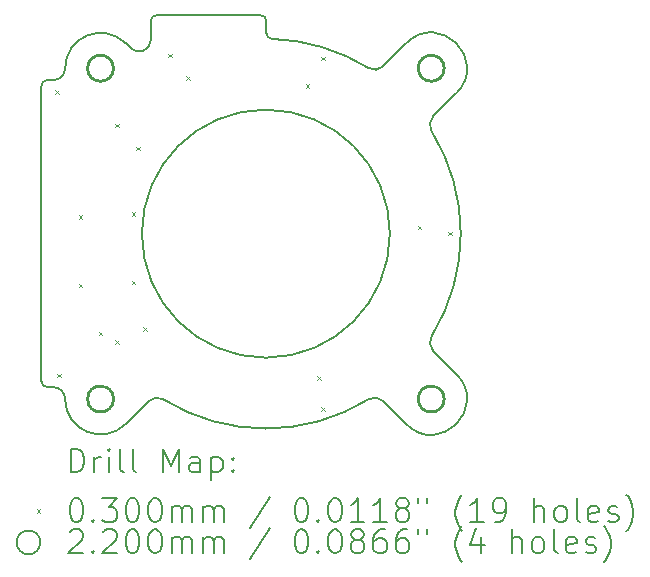
<source format=gbr>
%TF.GenerationSoftware,KiCad,Pcbnew,(6.0.7)*%
%TF.CreationDate,2022-10-21T23:46:12+08:00*%
%TF.ProjectId,pcb_middle,7063625f-6d69-4646-946c-652e6b696361,rev?*%
%TF.SameCoordinates,Original*%
%TF.FileFunction,Drillmap*%
%TF.FilePolarity,Positive*%
%FSLAX45Y45*%
G04 Gerber Fmt 4.5, Leading zero omitted, Abs format (unit mm)*
G04 Created by KiCad (PCBNEW (6.0.7)) date 2022-10-21 23:46:12*
%MOMM*%
%LPD*%
G01*
G04 APERTURE LIST*
%ADD10C,0.200000*%
%ADD11C,0.030000*%
%ADD12C,0.220000*%
G04 APERTURE END LIST*
D10*
X1402520Y-869159D02*
G75*
G03*
X1402520Y869159I-1402520J869159D01*
G01*
X-1700000Y-1400000D02*
G75*
G03*
X-1800000Y-1300000I-100000J0D01*
G01*
X-1900000Y-1250000D02*
G75*
G03*
X-1850000Y-1300000I50000J0D01*
G01*
X-1900000Y1250000D02*
X-1900000Y-1250000D01*
X992546Y-1416810D02*
X1187868Y-1612132D01*
X-1145711Y1569975D02*
X-1187868Y1612132D01*
X-975000Y1800000D02*
X-975000Y1640685D01*
X-925000Y1850000D02*
G75*
G03*
X-975000Y1800000I0J-50000D01*
G01*
X-1187868Y1612132D02*
G75*
G03*
X-1700000Y1400000I-212132J-212132D01*
G01*
X5000Y1699110D02*
G75*
G03*
X53382Y1649136I49999J-1D01*
G01*
X-1187868Y-1612132D02*
X-992546Y-1416810D01*
X1612132Y1187868D02*
G75*
G03*
X1187868Y1612132I-212132J212132D01*
G01*
X869159Y1402520D02*
G75*
G03*
X992546Y1416810I52677J85001D01*
G01*
X5000Y1800000D02*
G75*
G03*
X-45000Y1850000I-50001J-1D01*
G01*
X-45000Y1850000D02*
X-925000Y1850000D01*
X-1700000Y-1400000D02*
G75*
G03*
X-1187868Y-1612132I300000J0D01*
G01*
X869159Y1402520D02*
G75*
G03*
X53382Y1649136I-869158J-1402516D01*
G01*
X-1145711Y1569975D02*
G75*
G03*
X-975000Y1640685I70711J70711D01*
G01*
X1612132Y-1187868D02*
X1416810Y-992546D01*
X-869159Y-1402520D02*
G75*
G03*
X-992546Y-1416810I-52676J-85002D01*
G01*
X1402519Y-869159D02*
G75*
G03*
X1416810Y-992546I85004J-52676D01*
G01*
X-1800000Y1300000D02*
G75*
G03*
X-1700000Y1400000I0J100000D01*
G01*
X-1800000Y1300000D02*
X-1850000Y1300000D01*
X-869159Y-1402520D02*
G75*
G03*
X869159Y-1402520I869159J1402519D01*
G01*
X-1850000Y-1300000D02*
X-1800000Y-1300000D01*
X1187868Y-1612132D02*
G75*
G03*
X1612132Y-1187868I212132J212132D01*
G01*
X5000Y1699110D02*
X5000Y1800000D01*
X1187868Y1612132D02*
X992546Y1416810D01*
X1050000Y0D02*
G75*
G03*
X1050000Y0I-1050000J0D01*
G01*
X992547Y-1416810D02*
G75*
G03*
X869159Y-1402520I-70711J-70712D01*
G01*
X1416810Y992546D02*
X1612132Y1187868D01*
X1416810Y992546D02*
G75*
G03*
X1402520Y869159I70710J-70711D01*
G01*
X-1850000Y1300000D02*
G75*
G03*
X-1900000Y1250000I0J-50000D01*
G01*
D11*
X-1785000Y1215000D02*
X-1755000Y1185000D01*
X-1755000Y1215000D02*
X-1785000Y1185000D01*
X-1765000Y-1185000D02*
X-1735000Y-1215000D01*
X-1735000Y-1185000D02*
X-1765000Y-1215000D01*
X-1585000Y-425000D02*
X-1555000Y-455000D01*
X-1555000Y-425000D02*
X-1585000Y-455000D01*
X-1585000Y155000D02*
X-1555000Y125000D01*
X-1555000Y155000D02*
X-1585000Y125000D01*
X-1415000Y-830000D02*
X-1385000Y-860000D01*
X-1385000Y-830000D02*
X-1415000Y-860000D01*
X-1277067Y931945D02*
X-1247067Y901945D01*
X-1247067Y931945D02*
X-1277067Y901945D01*
X-1277067Y-901945D02*
X-1247067Y-931945D01*
X-1247067Y-901945D02*
X-1277067Y-931945D01*
X-1135000Y180000D02*
X-1105000Y150000D01*
X-1105000Y180000D02*
X-1135000Y150000D01*
X-1135000Y-400000D02*
X-1105000Y-430000D01*
X-1105000Y-400000D02*
X-1135000Y-430000D01*
X-1096699Y737861D02*
X-1066699Y707861D01*
X-1066699Y737861D02*
X-1096699Y707861D01*
X-1036745Y-790381D02*
X-1006745Y-820381D01*
X-1006745Y-790381D02*
X-1036745Y-820381D01*
X-825000Y1525000D02*
X-795000Y1495000D01*
X-795000Y1525000D02*
X-825000Y1495000D01*
X-675000Y1335000D02*
X-645000Y1305000D01*
X-645000Y1335000D02*
X-675000Y1305000D01*
X338218Y1267133D02*
X368218Y1237133D01*
X368218Y1267133D02*
X338218Y1237133D01*
X435226Y-1205614D02*
X465226Y-1235614D01*
X465226Y-1205614D02*
X435226Y-1235614D01*
X467066Y1498648D02*
X497066Y1468648D01*
X497066Y1498648D02*
X467066Y1468648D01*
X467066Y-1468648D02*
X497066Y-1498648D01*
X497066Y-1468648D02*
X467066Y-1498648D01*
X1285000Y66000D02*
X1315000Y36000D01*
X1315000Y66000D02*
X1285000Y36000D01*
X1545000Y15000D02*
X1575000Y-15000D01*
X1575000Y15000D02*
X1545000Y-15000D01*
D12*
X-1290000Y1400000D02*
G75*
G03*
X-1290000Y1400000I-110000J0D01*
G01*
X-1290000Y-1400000D02*
G75*
G03*
X-1290000Y-1400000I-110000J0D01*
G01*
X1510000Y1400000D02*
G75*
G03*
X1510000Y1400000I-110000J0D01*
G01*
X1510000Y-1400000D02*
G75*
G03*
X1510000Y-1400000I-110000J0D01*
G01*
D10*
X-1652381Y-2020476D02*
X-1652381Y-1820476D01*
X-1604762Y-1820476D01*
X-1576190Y-1830000D01*
X-1557143Y-1849048D01*
X-1547619Y-1868095D01*
X-1538095Y-1906190D01*
X-1538095Y-1934762D01*
X-1547619Y-1972857D01*
X-1557143Y-1991905D01*
X-1576190Y-2010952D01*
X-1604762Y-2020476D01*
X-1652381Y-2020476D01*
X-1452381Y-2020476D02*
X-1452381Y-1887143D01*
X-1452381Y-1925238D02*
X-1442857Y-1906190D01*
X-1433333Y-1896667D01*
X-1414286Y-1887143D01*
X-1395238Y-1887143D01*
X-1328571Y-2020476D02*
X-1328571Y-1887143D01*
X-1328571Y-1820476D02*
X-1338095Y-1830000D01*
X-1328571Y-1839524D01*
X-1319048Y-1830000D01*
X-1328571Y-1820476D01*
X-1328571Y-1839524D01*
X-1204762Y-2020476D02*
X-1223810Y-2010952D01*
X-1233333Y-1991905D01*
X-1233333Y-1820476D01*
X-1100000Y-2020476D02*
X-1119048Y-2010952D01*
X-1128571Y-1991905D01*
X-1128571Y-1820476D01*
X-871428Y-2020476D02*
X-871428Y-1820476D01*
X-804762Y-1963333D01*
X-738095Y-1820476D01*
X-738095Y-2020476D01*
X-557143Y-2020476D02*
X-557143Y-1915714D01*
X-566667Y-1896667D01*
X-585714Y-1887143D01*
X-623810Y-1887143D01*
X-642857Y-1896667D01*
X-557143Y-2010952D02*
X-576190Y-2020476D01*
X-623810Y-2020476D01*
X-642857Y-2010952D01*
X-652381Y-1991905D01*
X-652381Y-1972857D01*
X-642857Y-1953810D01*
X-623810Y-1944286D01*
X-576190Y-1944286D01*
X-557143Y-1934762D01*
X-461905Y-1887143D02*
X-461905Y-2087143D01*
X-461905Y-1896667D02*
X-442857Y-1887143D01*
X-404762Y-1887143D01*
X-385714Y-1896667D01*
X-376190Y-1906190D01*
X-366667Y-1925238D01*
X-366667Y-1982381D01*
X-376190Y-2001429D01*
X-385714Y-2010952D01*
X-404762Y-2020476D01*
X-442857Y-2020476D01*
X-461905Y-2010952D01*
X-280952Y-2001429D02*
X-271429Y-2010952D01*
X-280952Y-2020476D01*
X-290476Y-2010952D01*
X-280952Y-2001429D01*
X-280952Y-2020476D01*
X-280952Y-1896667D02*
X-271429Y-1906190D01*
X-280952Y-1915714D01*
X-290476Y-1906190D01*
X-280952Y-1896667D01*
X-280952Y-1915714D01*
D11*
X-1940000Y-2335000D02*
X-1910000Y-2365000D01*
X-1910000Y-2335000D02*
X-1940000Y-2365000D01*
D10*
X-1614286Y-2240476D02*
X-1595238Y-2240476D01*
X-1576190Y-2250000D01*
X-1566667Y-2259524D01*
X-1557143Y-2278572D01*
X-1547619Y-2316667D01*
X-1547619Y-2364286D01*
X-1557143Y-2402381D01*
X-1566667Y-2421429D01*
X-1576190Y-2430952D01*
X-1595238Y-2440476D01*
X-1614286Y-2440476D01*
X-1633333Y-2430952D01*
X-1642857Y-2421429D01*
X-1652381Y-2402381D01*
X-1661905Y-2364286D01*
X-1661905Y-2316667D01*
X-1652381Y-2278572D01*
X-1642857Y-2259524D01*
X-1633333Y-2250000D01*
X-1614286Y-2240476D01*
X-1461905Y-2421429D02*
X-1452381Y-2430952D01*
X-1461905Y-2440476D01*
X-1471428Y-2430952D01*
X-1461905Y-2421429D01*
X-1461905Y-2440476D01*
X-1385714Y-2240476D02*
X-1261905Y-2240476D01*
X-1328571Y-2316667D01*
X-1300000Y-2316667D01*
X-1280952Y-2326191D01*
X-1271429Y-2335714D01*
X-1261905Y-2354762D01*
X-1261905Y-2402381D01*
X-1271429Y-2421429D01*
X-1280952Y-2430952D01*
X-1300000Y-2440476D01*
X-1357143Y-2440476D01*
X-1376190Y-2430952D01*
X-1385714Y-2421429D01*
X-1138095Y-2240476D02*
X-1119048Y-2240476D01*
X-1100000Y-2250000D01*
X-1090476Y-2259524D01*
X-1080952Y-2278572D01*
X-1071429Y-2316667D01*
X-1071429Y-2364286D01*
X-1080952Y-2402381D01*
X-1090476Y-2421429D01*
X-1100000Y-2430952D01*
X-1119048Y-2440476D01*
X-1138095Y-2440476D01*
X-1157143Y-2430952D01*
X-1166667Y-2421429D01*
X-1176190Y-2402381D01*
X-1185714Y-2364286D01*
X-1185714Y-2316667D01*
X-1176190Y-2278572D01*
X-1166667Y-2259524D01*
X-1157143Y-2250000D01*
X-1138095Y-2240476D01*
X-947619Y-2240476D02*
X-928571Y-2240476D01*
X-909524Y-2250000D01*
X-900000Y-2259524D01*
X-890476Y-2278572D01*
X-880952Y-2316667D01*
X-880952Y-2364286D01*
X-890476Y-2402381D01*
X-900000Y-2421429D01*
X-909524Y-2430952D01*
X-928571Y-2440476D01*
X-947619Y-2440476D01*
X-966667Y-2430952D01*
X-976190Y-2421429D01*
X-985714Y-2402381D01*
X-995238Y-2364286D01*
X-995238Y-2316667D01*
X-985714Y-2278572D01*
X-976190Y-2259524D01*
X-966667Y-2250000D01*
X-947619Y-2240476D01*
X-795238Y-2440476D02*
X-795238Y-2307143D01*
X-795238Y-2326191D02*
X-785714Y-2316667D01*
X-766667Y-2307143D01*
X-738095Y-2307143D01*
X-719048Y-2316667D01*
X-709524Y-2335714D01*
X-709524Y-2440476D01*
X-709524Y-2335714D02*
X-700000Y-2316667D01*
X-680952Y-2307143D01*
X-652381Y-2307143D01*
X-633333Y-2316667D01*
X-623810Y-2335714D01*
X-623810Y-2440476D01*
X-528571Y-2440476D02*
X-528571Y-2307143D01*
X-528571Y-2326191D02*
X-519048Y-2316667D01*
X-500000Y-2307143D01*
X-471428Y-2307143D01*
X-452381Y-2316667D01*
X-442857Y-2335714D01*
X-442857Y-2440476D01*
X-442857Y-2335714D02*
X-433333Y-2316667D01*
X-414286Y-2307143D01*
X-385714Y-2307143D01*
X-366667Y-2316667D01*
X-357143Y-2335714D01*
X-357143Y-2440476D01*
X33333Y-2230952D02*
X-138095Y-2488095D01*
X290476Y-2240476D02*
X309524Y-2240476D01*
X328571Y-2250000D01*
X338095Y-2259524D01*
X347619Y-2278572D01*
X357143Y-2316667D01*
X357143Y-2364286D01*
X347619Y-2402381D01*
X338095Y-2421429D01*
X328571Y-2430952D01*
X309524Y-2440476D01*
X290476Y-2440476D01*
X271429Y-2430952D01*
X261905Y-2421429D01*
X252381Y-2402381D01*
X242857Y-2364286D01*
X242857Y-2316667D01*
X252381Y-2278572D01*
X261905Y-2259524D01*
X271429Y-2250000D01*
X290476Y-2240476D01*
X442857Y-2421429D02*
X452381Y-2430952D01*
X442857Y-2440476D01*
X433333Y-2430952D01*
X442857Y-2421429D01*
X442857Y-2440476D01*
X576190Y-2240476D02*
X595238Y-2240476D01*
X614286Y-2250000D01*
X623810Y-2259524D01*
X633333Y-2278572D01*
X642857Y-2316667D01*
X642857Y-2364286D01*
X633333Y-2402381D01*
X623810Y-2421429D01*
X614286Y-2430952D01*
X595238Y-2440476D01*
X576190Y-2440476D01*
X557143Y-2430952D01*
X547619Y-2421429D01*
X538095Y-2402381D01*
X528571Y-2364286D01*
X528571Y-2316667D01*
X538095Y-2278572D01*
X547619Y-2259524D01*
X557143Y-2250000D01*
X576190Y-2240476D01*
X833333Y-2440476D02*
X719048Y-2440476D01*
X776190Y-2440476D02*
X776190Y-2240476D01*
X757143Y-2269048D01*
X738095Y-2288095D01*
X719048Y-2297619D01*
X1023809Y-2440476D02*
X909524Y-2440476D01*
X966667Y-2440476D02*
X966667Y-2240476D01*
X947619Y-2269048D01*
X928571Y-2288095D01*
X909524Y-2297619D01*
X1138095Y-2326191D02*
X1119048Y-2316667D01*
X1109524Y-2307143D01*
X1100000Y-2288095D01*
X1100000Y-2278572D01*
X1109524Y-2259524D01*
X1119048Y-2250000D01*
X1138095Y-2240476D01*
X1176190Y-2240476D01*
X1195238Y-2250000D01*
X1204762Y-2259524D01*
X1214286Y-2278572D01*
X1214286Y-2288095D01*
X1204762Y-2307143D01*
X1195238Y-2316667D01*
X1176190Y-2326191D01*
X1138095Y-2326191D01*
X1119048Y-2335714D01*
X1109524Y-2345238D01*
X1100000Y-2364286D01*
X1100000Y-2402381D01*
X1109524Y-2421429D01*
X1119048Y-2430952D01*
X1138095Y-2440476D01*
X1176190Y-2440476D01*
X1195238Y-2430952D01*
X1204762Y-2421429D01*
X1214286Y-2402381D01*
X1214286Y-2364286D01*
X1204762Y-2345238D01*
X1195238Y-2335714D01*
X1176190Y-2326191D01*
X1290476Y-2240476D02*
X1290476Y-2278572D01*
X1366667Y-2240476D02*
X1366667Y-2278572D01*
X1661905Y-2516667D02*
X1652381Y-2507143D01*
X1633333Y-2478572D01*
X1623809Y-2459524D01*
X1614286Y-2430952D01*
X1604762Y-2383333D01*
X1604762Y-2345238D01*
X1614286Y-2297619D01*
X1623809Y-2269048D01*
X1633333Y-2250000D01*
X1652381Y-2221429D01*
X1661905Y-2211905D01*
X1842857Y-2440476D02*
X1728571Y-2440476D01*
X1785714Y-2440476D02*
X1785714Y-2240476D01*
X1766667Y-2269048D01*
X1747619Y-2288095D01*
X1728571Y-2297619D01*
X1938095Y-2440476D02*
X1976190Y-2440476D01*
X1995238Y-2430952D01*
X2004762Y-2421429D01*
X2023809Y-2392857D01*
X2033333Y-2354762D01*
X2033333Y-2278572D01*
X2023809Y-2259524D01*
X2014286Y-2250000D01*
X1995238Y-2240476D01*
X1957143Y-2240476D01*
X1938095Y-2250000D01*
X1928571Y-2259524D01*
X1919048Y-2278572D01*
X1919048Y-2326191D01*
X1928571Y-2345238D01*
X1938095Y-2354762D01*
X1957143Y-2364286D01*
X1995238Y-2364286D01*
X2014286Y-2354762D01*
X2023809Y-2345238D01*
X2033333Y-2326191D01*
X2271429Y-2440476D02*
X2271429Y-2240476D01*
X2357143Y-2440476D02*
X2357143Y-2335714D01*
X2347619Y-2316667D01*
X2328571Y-2307143D01*
X2300000Y-2307143D01*
X2280952Y-2316667D01*
X2271429Y-2326191D01*
X2480952Y-2440476D02*
X2461905Y-2430952D01*
X2452381Y-2421429D01*
X2442857Y-2402381D01*
X2442857Y-2345238D01*
X2452381Y-2326191D01*
X2461905Y-2316667D01*
X2480952Y-2307143D01*
X2509524Y-2307143D01*
X2528571Y-2316667D01*
X2538095Y-2326191D01*
X2547619Y-2345238D01*
X2547619Y-2402381D01*
X2538095Y-2421429D01*
X2528571Y-2430952D01*
X2509524Y-2440476D01*
X2480952Y-2440476D01*
X2661905Y-2440476D02*
X2642857Y-2430952D01*
X2633333Y-2411905D01*
X2633333Y-2240476D01*
X2814286Y-2430952D02*
X2795238Y-2440476D01*
X2757143Y-2440476D01*
X2738095Y-2430952D01*
X2728571Y-2411905D01*
X2728571Y-2335714D01*
X2738095Y-2316667D01*
X2757143Y-2307143D01*
X2795238Y-2307143D01*
X2814286Y-2316667D01*
X2823809Y-2335714D01*
X2823809Y-2354762D01*
X2728571Y-2373810D01*
X2900000Y-2430952D02*
X2919048Y-2440476D01*
X2957143Y-2440476D01*
X2976190Y-2430952D01*
X2985714Y-2411905D01*
X2985714Y-2402381D01*
X2976190Y-2383333D01*
X2957143Y-2373810D01*
X2928571Y-2373810D01*
X2909524Y-2364286D01*
X2900000Y-2345238D01*
X2900000Y-2335714D01*
X2909524Y-2316667D01*
X2928571Y-2307143D01*
X2957143Y-2307143D01*
X2976190Y-2316667D01*
X3052381Y-2516667D02*
X3061905Y-2507143D01*
X3080952Y-2478572D01*
X3090476Y-2459524D01*
X3100000Y-2430952D01*
X3109524Y-2383333D01*
X3109524Y-2345238D01*
X3100000Y-2297619D01*
X3090476Y-2269048D01*
X3080952Y-2250000D01*
X3061905Y-2221429D01*
X3052381Y-2211905D01*
X-1910000Y-2614000D02*
G75*
G03*
X-1910000Y-2614000I-100000J0D01*
G01*
X-1661905Y-2523524D02*
X-1652381Y-2514000D01*
X-1633333Y-2504476D01*
X-1585714Y-2504476D01*
X-1566667Y-2514000D01*
X-1557143Y-2523524D01*
X-1547619Y-2542572D01*
X-1547619Y-2561619D01*
X-1557143Y-2590191D01*
X-1671428Y-2704476D01*
X-1547619Y-2704476D01*
X-1461905Y-2685429D02*
X-1452381Y-2694952D01*
X-1461905Y-2704476D01*
X-1471428Y-2694952D01*
X-1461905Y-2685429D01*
X-1461905Y-2704476D01*
X-1376190Y-2523524D02*
X-1366667Y-2514000D01*
X-1347619Y-2504476D01*
X-1300000Y-2504476D01*
X-1280952Y-2514000D01*
X-1271429Y-2523524D01*
X-1261905Y-2542572D01*
X-1261905Y-2561619D01*
X-1271429Y-2590191D01*
X-1385714Y-2704476D01*
X-1261905Y-2704476D01*
X-1138095Y-2504476D02*
X-1119048Y-2504476D01*
X-1100000Y-2514000D01*
X-1090476Y-2523524D01*
X-1080952Y-2542572D01*
X-1071429Y-2580667D01*
X-1071429Y-2628286D01*
X-1080952Y-2666381D01*
X-1090476Y-2685429D01*
X-1100000Y-2694952D01*
X-1119048Y-2704476D01*
X-1138095Y-2704476D01*
X-1157143Y-2694952D01*
X-1166667Y-2685429D01*
X-1176190Y-2666381D01*
X-1185714Y-2628286D01*
X-1185714Y-2580667D01*
X-1176190Y-2542572D01*
X-1166667Y-2523524D01*
X-1157143Y-2514000D01*
X-1138095Y-2504476D01*
X-947619Y-2504476D02*
X-928571Y-2504476D01*
X-909524Y-2514000D01*
X-900000Y-2523524D01*
X-890476Y-2542572D01*
X-880952Y-2580667D01*
X-880952Y-2628286D01*
X-890476Y-2666381D01*
X-900000Y-2685429D01*
X-909524Y-2694952D01*
X-928571Y-2704476D01*
X-947619Y-2704476D01*
X-966667Y-2694952D01*
X-976190Y-2685429D01*
X-985714Y-2666381D01*
X-995238Y-2628286D01*
X-995238Y-2580667D01*
X-985714Y-2542572D01*
X-976190Y-2523524D01*
X-966667Y-2514000D01*
X-947619Y-2504476D01*
X-795238Y-2704476D02*
X-795238Y-2571143D01*
X-795238Y-2590191D02*
X-785714Y-2580667D01*
X-766667Y-2571143D01*
X-738095Y-2571143D01*
X-719048Y-2580667D01*
X-709524Y-2599714D01*
X-709524Y-2704476D01*
X-709524Y-2599714D02*
X-700000Y-2580667D01*
X-680952Y-2571143D01*
X-652381Y-2571143D01*
X-633333Y-2580667D01*
X-623810Y-2599714D01*
X-623810Y-2704476D01*
X-528571Y-2704476D02*
X-528571Y-2571143D01*
X-528571Y-2590191D02*
X-519048Y-2580667D01*
X-500000Y-2571143D01*
X-471428Y-2571143D01*
X-452381Y-2580667D01*
X-442857Y-2599714D01*
X-442857Y-2704476D01*
X-442857Y-2599714D02*
X-433333Y-2580667D01*
X-414286Y-2571143D01*
X-385714Y-2571143D01*
X-366667Y-2580667D01*
X-357143Y-2599714D01*
X-357143Y-2704476D01*
X33333Y-2494952D02*
X-138095Y-2752095D01*
X290476Y-2504476D02*
X309524Y-2504476D01*
X328571Y-2514000D01*
X338095Y-2523524D01*
X347619Y-2542572D01*
X357143Y-2580667D01*
X357143Y-2628286D01*
X347619Y-2666381D01*
X338095Y-2685429D01*
X328571Y-2694952D01*
X309524Y-2704476D01*
X290476Y-2704476D01*
X271429Y-2694952D01*
X261905Y-2685429D01*
X252381Y-2666381D01*
X242857Y-2628286D01*
X242857Y-2580667D01*
X252381Y-2542572D01*
X261905Y-2523524D01*
X271429Y-2514000D01*
X290476Y-2504476D01*
X442857Y-2685429D02*
X452381Y-2694952D01*
X442857Y-2704476D01*
X433333Y-2694952D01*
X442857Y-2685429D01*
X442857Y-2704476D01*
X576190Y-2504476D02*
X595238Y-2504476D01*
X614286Y-2514000D01*
X623810Y-2523524D01*
X633333Y-2542572D01*
X642857Y-2580667D01*
X642857Y-2628286D01*
X633333Y-2666381D01*
X623810Y-2685429D01*
X614286Y-2694952D01*
X595238Y-2704476D01*
X576190Y-2704476D01*
X557143Y-2694952D01*
X547619Y-2685429D01*
X538095Y-2666381D01*
X528571Y-2628286D01*
X528571Y-2580667D01*
X538095Y-2542572D01*
X547619Y-2523524D01*
X557143Y-2514000D01*
X576190Y-2504476D01*
X757143Y-2590191D02*
X738095Y-2580667D01*
X728571Y-2571143D01*
X719048Y-2552095D01*
X719048Y-2542572D01*
X728571Y-2523524D01*
X738095Y-2514000D01*
X757143Y-2504476D01*
X795238Y-2504476D01*
X814286Y-2514000D01*
X823809Y-2523524D01*
X833333Y-2542572D01*
X833333Y-2552095D01*
X823809Y-2571143D01*
X814286Y-2580667D01*
X795238Y-2590191D01*
X757143Y-2590191D01*
X738095Y-2599714D01*
X728571Y-2609238D01*
X719048Y-2628286D01*
X719048Y-2666381D01*
X728571Y-2685429D01*
X738095Y-2694952D01*
X757143Y-2704476D01*
X795238Y-2704476D01*
X814286Y-2694952D01*
X823809Y-2685429D01*
X833333Y-2666381D01*
X833333Y-2628286D01*
X823809Y-2609238D01*
X814286Y-2599714D01*
X795238Y-2590191D01*
X1004762Y-2504476D02*
X966667Y-2504476D01*
X947619Y-2514000D01*
X938095Y-2523524D01*
X919048Y-2552095D01*
X909524Y-2590191D01*
X909524Y-2666381D01*
X919048Y-2685429D01*
X928571Y-2694952D01*
X947619Y-2704476D01*
X985714Y-2704476D01*
X1004762Y-2694952D01*
X1014286Y-2685429D01*
X1023809Y-2666381D01*
X1023809Y-2618762D01*
X1014286Y-2599714D01*
X1004762Y-2590191D01*
X985714Y-2580667D01*
X947619Y-2580667D01*
X928571Y-2590191D01*
X919048Y-2599714D01*
X909524Y-2618762D01*
X1195238Y-2504476D02*
X1157143Y-2504476D01*
X1138095Y-2514000D01*
X1128571Y-2523524D01*
X1109524Y-2552095D01*
X1100000Y-2590191D01*
X1100000Y-2666381D01*
X1109524Y-2685429D01*
X1119048Y-2694952D01*
X1138095Y-2704476D01*
X1176190Y-2704476D01*
X1195238Y-2694952D01*
X1204762Y-2685429D01*
X1214286Y-2666381D01*
X1214286Y-2618762D01*
X1204762Y-2599714D01*
X1195238Y-2590191D01*
X1176190Y-2580667D01*
X1138095Y-2580667D01*
X1119048Y-2590191D01*
X1109524Y-2599714D01*
X1100000Y-2618762D01*
X1290476Y-2504476D02*
X1290476Y-2542572D01*
X1366667Y-2504476D02*
X1366667Y-2542572D01*
X1661905Y-2780667D02*
X1652381Y-2771143D01*
X1633333Y-2742572D01*
X1623809Y-2723524D01*
X1614286Y-2694952D01*
X1604762Y-2647333D01*
X1604762Y-2609238D01*
X1614286Y-2561619D01*
X1623809Y-2533048D01*
X1633333Y-2514000D01*
X1652381Y-2485429D01*
X1661905Y-2475905D01*
X1823809Y-2571143D02*
X1823809Y-2704476D01*
X1776190Y-2494952D02*
X1728571Y-2637810D01*
X1852381Y-2637810D01*
X2080952Y-2704476D02*
X2080952Y-2504476D01*
X2166667Y-2704476D02*
X2166667Y-2599714D01*
X2157143Y-2580667D01*
X2138095Y-2571143D01*
X2109524Y-2571143D01*
X2090476Y-2580667D01*
X2080952Y-2590191D01*
X2290476Y-2704476D02*
X2271429Y-2694952D01*
X2261905Y-2685429D01*
X2252381Y-2666381D01*
X2252381Y-2609238D01*
X2261905Y-2590191D01*
X2271429Y-2580667D01*
X2290476Y-2571143D01*
X2319048Y-2571143D01*
X2338095Y-2580667D01*
X2347619Y-2590191D01*
X2357143Y-2609238D01*
X2357143Y-2666381D01*
X2347619Y-2685429D01*
X2338095Y-2694952D01*
X2319048Y-2704476D01*
X2290476Y-2704476D01*
X2471429Y-2704476D02*
X2452381Y-2694952D01*
X2442857Y-2675905D01*
X2442857Y-2504476D01*
X2623810Y-2694952D02*
X2604762Y-2704476D01*
X2566667Y-2704476D01*
X2547619Y-2694952D01*
X2538095Y-2675905D01*
X2538095Y-2599714D01*
X2547619Y-2580667D01*
X2566667Y-2571143D01*
X2604762Y-2571143D01*
X2623810Y-2580667D01*
X2633333Y-2599714D01*
X2633333Y-2618762D01*
X2538095Y-2637810D01*
X2709524Y-2694952D02*
X2728571Y-2704476D01*
X2766667Y-2704476D01*
X2785714Y-2694952D01*
X2795238Y-2675905D01*
X2795238Y-2666381D01*
X2785714Y-2647333D01*
X2766667Y-2637810D01*
X2738095Y-2637810D01*
X2719048Y-2628286D01*
X2709524Y-2609238D01*
X2709524Y-2599714D01*
X2719048Y-2580667D01*
X2738095Y-2571143D01*
X2766667Y-2571143D01*
X2785714Y-2580667D01*
X2861905Y-2780667D02*
X2871428Y-2771143D01*
X2890476Y-2742572D01*
X2900000Y-2723524D01*
X2909524Y-2694952D01*
X2919048Y-2647333D01*
X2919048Y-2609238D01*
X2909524Y-2561619D01*
X2900000Y-2533048D01*
X2890476Y-2514000D01*
X2871428Y-2485429D01*
X2861905Y-2475905D01*
M02*

</source>
